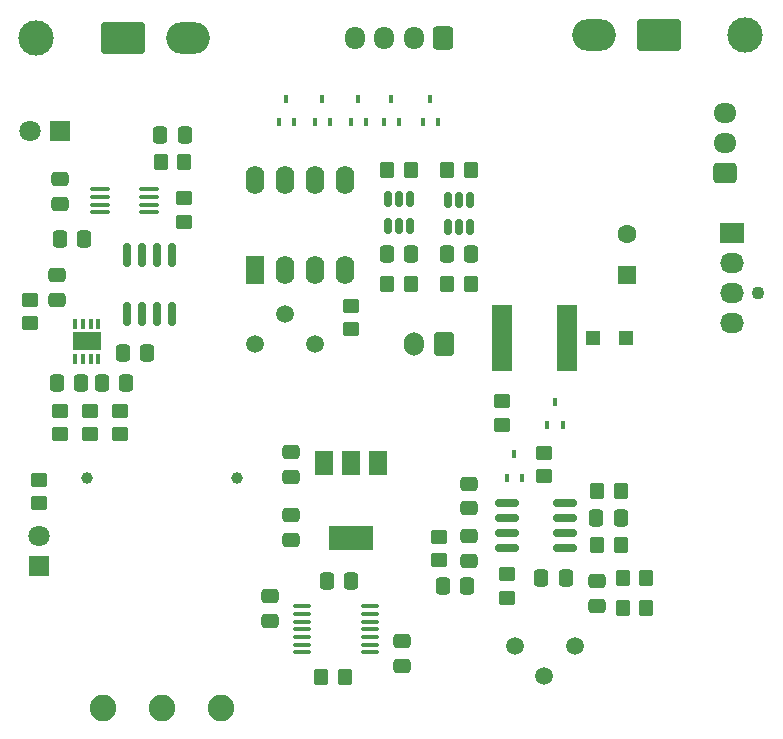
<source format=gts>
G04 #@! TF.GenerationSoftware,KiCad,Pcbnew,(6.0.5)*
G04 #@! TF.CreationDate,2023-08-18T19:29:43-04:00*
G04 #@! TF.ProjectId,Ki_PCB,4b695f50-4342-42e6-9b69-6361645f7063,rev?*
G04 #@! TF.SameCoordinates,Original*
G04 #@! TF.FileFunction,Soldermask,Top*
G04 #@! TF.FilePolarity,Negative*
%FSLAX46Y46*%
G04 Gerber Fmt 4.6, Leading zero omitted, Abs format (unit mm)*
G04 Created by KiCad (PCBNEW (6.0.5)) date 2023-08-18 19:29:43*
%MOMM*%
%LPD*%
G01*
G04 APERTURE LIST*
G04 Aperture macros list*
%AMRoundRect*
0 Rectangle with rounded corners*
0 $1 Rounding radius*
0 $2 $3 $4 $5 $6 $7 $8 $9 X,Y pos of 4 corners*
0 Add a 4 corners polygon primitive as box body*
4,1,4,$2,$3,$4,$5,$6,$7,$8,$9,$2,$3,0*
0 Add four circle primitives for the rounded corners*
1,1,$1+$1,$2,$3*
1,1,$1+$1,$4,$5*
1,1,$1+$1,$6,$7*
1,1,$1+$1,$8,$9*
0 Add four rect primitives between the rounded corners*
20,1,$1+$1,$2,$3,$4,$5,0*
20,1,$1+$1,$4,$5,$6,$7,0*
20,1,$1+$1,$6,$7,$8,$9,0*
20,1,$1+$1,$8,$9,$2,$3,0*%
G04 Aperture macros list end*
%ADD10RoundRect,0.150000X-0.150000X0.825000X-0.150000X-0.825000X0.150000X-0.825000X0.150000X0.825000X0*%
%ADD11RoundRect,0.100000X0.712500X0.100000X-0.712500X0.100000X-0.712500X-0.100000X0.712500X-0.100000X0*%
%ADD12RoundRect,0.250000X0.337500X0.475000X-0.337500X0.475000X-0.337500X-0.475000X0.337500X-0.475000X0*%
%ADD13RoundRect,0.250000X-0.450000X0.350000X-0.450000X-0.350000X0.450000X-0.350000X0.450000X0.350000X0*%
%ADD14RoundRect,0.250000X0.450000X-0.350000X0.450000X0.350000X-0.450000X0.350000X-0.450000X-0.350000X0*%
%ADD15RoundRect,0.150000X-0.825000X-0.150000X0.825000X-0.150000X0.825000X0.150000X-0.825000X0.150000X0*%
%ADD16RoundRect,0.250000X0.600000X0.750000X-0.600000X0.750000X-0.600000X-0.750000X0.600000X-0.750000X0*%
%ADD17O,1.700000X2.000000*%
%ADD18RoundRect,0.250000X0.475000X-0.337500X0.475000X0.337500X-0.475000X0.337500X-0.475000X-0.337500X0*%
%ADD19C,1.500000*%
%ADD20O,2.030000X1.730000*%
%ADD21R,2.030000X1.730000*%
%ADD22C,1.100000*%
%ADD23R,0.350000X0.850000*%
%ADD24R,2.400000X1.650000*%
%ADD25RoundRect,0.250000X-0.350000X-0.450000X0.350000X-0.450000X0.350000X0.450000X-0.350000X0.450000X0*%
%ADD26RoundRect,0.250000X-0.475000X0.337500X-0.475000X-0.337500X0.475000X-0.337500X0.475000X0.337500X0*%
%ADD27R,1.800000X1.800000*%
%ADD28C,1.800000*%
%ADD29C,1.000000*%
%ADD30C,2.250000*%
%ADD31R,0.450000X0.700000*%
%ADD32RoundRect,0.250000X-0.337500X-0.475000X0.337500X-0.475000X0.337500X0.475000X-0.337500X0.475000X0*%
%ADD33RoundRect,0.100000X-0.637500X-0.100000X0.637500X-0.100000X0.637500X0.100000X-0.637500X0.100000X0*%
%ADD34R,1.800000X5.700000*%
%ADD35R,1.600000X2.400000*%
%ADD36O,1.600000X2.400000*%
%ADD37RoundRect,0.250000X0.350000X0.450000X-0.350000X0.450000X-0.350000X-0.450000X0.350000X-0.450000X0*%
%ADD38R,1.200000X1.200000*%
%ADD39RoundRect,0.250000X0.725000X-0.600000X0.725000X0.600000X-0.725000X0.600000X-0.725000X-0.600000X0*%
%ADD40O,1.950000X1.700000*%
%ADD41RoundRect,0.150000X-0.150000X0.512500X-0.150000X-0.512500X0.150000X-0.512500X0.150000X0.512500X0*%
%ADD42O,3.700000X2.700000*%
%ADD43RoundRect,0.250001X-1.599999X1.099999X-1.599999X-1.099999X1.599999X-1.099999X1.599999X1.099999X0*%
%ADD44C,3.000000*%
%ADD45R,1.600000X1.600000*%
%ADD46C,1.600000*%
%ADD47R,1.500000X2.000000*%
%ADD48R,3.800000X2.000000*%
%ADD49RoundRect,0.250001X1.599999X-1.099999X1.599999X1.099999X-1.599999X1.099999X-1.599999X-1.099999X0*%
%ADD50RoundRect,0.250000X0.600000X0.725000X-0.600000X0.725000X-0.600000X-0.725000X0.600000X-0.725000X0*%
%ADD51O,1.700000X1.950000*%
G04 APERTURE END LIST*
D10*
X86299851Y-101492987D03*
X85029851Y-101492987D03*
X83759851Y-101492987D03*
X82489851Y-101492987D03*
X82489851Y-106442987D03*
X83759851Y-106442987D03*
X85029851Y-106442987D03*
X86299851Y-106442987D03*
D11*
X84354351Y-97872987D03*
X84354351Y-97222987D03*
X84354351Y-96572987D03*
X84354351Y-95922987D03*
X80129351Y-95922987D03*
X80129351Y-96572987D03*
X80129351Y-97222987D03*
X80129351Y-97872987D03*
D12*
X124278351Y-123778336D03*
X122203351Y-123778336D03*
X119595351Y-128858336D03*
X117520351Y-128858336D03*
D13*
X114186851Y-113879987D03*
X114186851Y-115879987D03*
D14*
X108905851Y-127318336D03*
X108905851Y-125318336D03*
D15*
X114620851Y-122508336D03*
X114620851Y-123778336D03*
X114620851Y-125048336D03*
X114620851Y-126318336D03*
X119570851Y-126318336D03*
X119570851Y-125048336D03*
X119570851Y-123778336D03*
X119570851Y-122508336D03*
D16*
X109286851Y-109001987D03*
D17*
X106786851Y-109001987D03*
D18*
X111445851Y-127355836D03*
X111445851Y-125280836D03*
D19*
X115295851Y-134613336D03*
X117795851Y-137113336D03*
X120345851Y-134613336D03*
D20*
X133716851Y-107269987D03*
X133716851Y-104729987D03*
X133716851Y-102189987D03*
D21*
X133716851Y-99649987D03*
D22*
X135876851Y-104729987D03*
D23*
X78085852Y-110268988D03*
X78735850Y-110268988D03*
X79385852Y-110268988D03*
X80035850Y-110268988D03*
X80035850Y-107318986D03*
X79385852Y-107318986D03*
X78735850Y-107318986D03*
X78085852Y-107318986D03*
D24*
X79060851Y-108793987D03*
D25*
X109540851Y-103967987D03*
X111540851Y-103967987D03*
D26*
X96332851Y-118170487D03*
X96332851Y-120245487D03*
D25*
X106476851Y-103967987D03*
X104476851Y-103967987D03*
D27*
X74996851Y-127848987D03*
D28*
X74996851Y-125308987D03*
D14*
X87321851Y-96659987D03*
X87321851Y-98659987D03*
X101412851Y-107761987D03*
X101412851Y-105761987D03*
D12*
X101434351Y-129113987D03*
X99359351Y-129113987D03*
D29*
X79080851Y-120343487D03*
X91740851Y-120343487D03*
D30*
X80410851Y-139843487D03*
X85410851Y-139843487D03*
X90410851Y-139843487D03*
D31*
X107493851Y-90235987D03*
X108793851Y-90235987D03*
X108143851Y-88235987D03*
D13*
X114620851Y-128493336D03*
X114620851Y-130493336D03*
D32*
X82087351Y-109809987D03*
X84162351Y-109809987D03*
D26*
X111380851Y-120835836D03*
X111380851Y-122910836D03*
D13*
X76774851Y-114651987D03*
X76774851Y-116651987D03*
D33*
X97280351Y-131227987D03*
X97280351Y-131877987D03*
X97280351Y-132527987D03*
X97280351Y-133177987D03*
X97280351Y-133827987D03*
X97280351Y-134477987D03*
X97280351Y-135127987D03*
X103005351Y-135127987D03*
X103005351Y-134477987D03*
X103005351Y-133827987D03*
X103005351Y-133177987D03*
X103005351Y-132527987D03*
X103005351Y-131877987D03*
X103005351Y-131227987D03*
D31*
X95301851Y-90235987D03*
X96601851Y-90235987D03*
X95951851Y-88235987D03*
D12*
X106514351Y-101427987D03*
X104439351Y-101427987D03*
D34*
X114200851Y-108538336D03*
X119700851Y-108538336D03*
D25*
X104476851Y-94315987D03*
X106476851Y-94315987D03*
D32*
X80309351Y-112349987D03*
X82384351Y-112349987D03*
D35*
X93294851Y-102712987D03*
D36*
X95834851Y-102712987D03*
X98374851Y-102712987D03*
X100914851Y-102712987D03*
X100914851Y-95092987D03*
X98374851Y-95092987D03*
X95834851Y-95092987D03*
X93294851Y-95092987D03*
D12*
X111264151Y-129493336D03*
X109189151Y-129493336D03*
D13*
X117795851Y-118206336D03*
X117795851Y-120206336D03*
D26*
X76774851Y-95056487D03*
X76774851Y-97131487D03*
D31*
X114605851Y-120333336D03*
X115905851Y-120333336D03*
X115255851Y-118333336D03*
D18*
X122240851Y-131165836D03*
X122240851Y-129090836D03*
X105730851Y-136247487D03*
X105730851Y-134172487D03*
D25*
X98872851Y-137241987D03*
X100872851Y-137241987D03*
D32*
X76499351Y-112349987D03*
X78574351Y-112349987D03*
D37*
X124240851Y-126064336D03*
X122240851Y-126064336D03*
D38*
X124700851Y-108538336D03*
X121900851Y-108538336D03*
D37*
X124240851Y-121492336D03*
X122240851Y-121492336D03*
X126415851Y-131398336D03*
X124415851Y-131398336D03*
D14*
X74996851Y-122493987D03*
X74996851Y-120493987D03*
D31*
X118034851Y-115888336D03*
X119334851Y-115888336D03*
X118684851Y-113888336D03*
D27*
X76774851Y-91013987D03*
D28*
X74234851Y-91013987D03*
D39*
X133116851Y-94529987D03*
D40*
X133116851Y-91989987D03*
X133116851Y-89449987D03*
D12*
X87343351Y-91309987D03*
X85268351Y-91309987D03*
D25*
X111556851Y-94315987D03*
X109556851Y-94315987D03*
D37*
X87305851Y-93595987D03*
X85305851Y-93595987D03*
D12*
X78828351Y-100157987D03*
X76753351Y-100157987D03*
D13*
X74234851Y-107253987D03*
X74234851Y-105253987D03*
D31*
X101397851Y-90235987D03*
X102697851Y-90235987D03*
X102047851Y-88235987D03*
X104191851Y-90235987D03*
X105491851Y-90235987D03*
X104841851Y-88235987D03*
X98349851Y-90235987D03*
X99649851Y-90235987D03*
X98999851Y-88235987D03*
D18*
X94554851Y-132437487D03*
X94554851Y-130362487D03*
D13*
X81854851Y-114651987D03*
X81854851Y-116651987D03*
D18*
X76520851Y-105259487D03*
X76520851Y-103184487D03*
D41*
X111506851Y-99130987D03*
X110556851Y-99130987D03*
X109606851Y-99130987D03*
X109606851Y-96855987D03*
X110556851Y-96855987D03*
X111506851Y-96855987D03*
D12*
X109519351Y-101427987D03*
X111594351Y-101427987D03*
D13*
X79314851Y-116651987D03*
X79314851Y-114651987D03*
D19*
X98364851Y-109047987D03*
X95824851Y-106507987D03*
X93284851Y-109047987D03*
D42*
X121956851Y-82829987D03*
D43*
X127456851Y-82829987D03*
D44*
X134756851Y-82829987D03*
D45*
X124780851Y-103207638D03*
D46*
X124780851Y-99707638D03*
D47*
X103712851Y-119105987D03*
X101412851Y-119105987D03*
D48*
X101412851Y-125405987D03*
D47*
X99112851Y-119105987D03*
D18*
X96332851Y-125579487D03*
X96332851Y-123504487D03*
D41*
X106426851Y-96734487D03*
X105476851Y-96734487D03*
X104526851Y-96734487D03*
X104526851Y-99009487D03*
X105476851Y-99009487D03*
X106426851Y-99009487D03*
D37*
X126415851Y-128858336D03*
X124415851Y-128858336D03*
D42*
X87581851Y-83139987D03*
D49*
X82081851Y-83139987D03*
D44*
X74781851Y-83139987D03*
D50*
X109226851Y-83125987D03*
D51*
X106726851Y-83125987D03*
X104226851Y-83125987D03*
X101726851Y-83125987D03*
M02*

</source>
